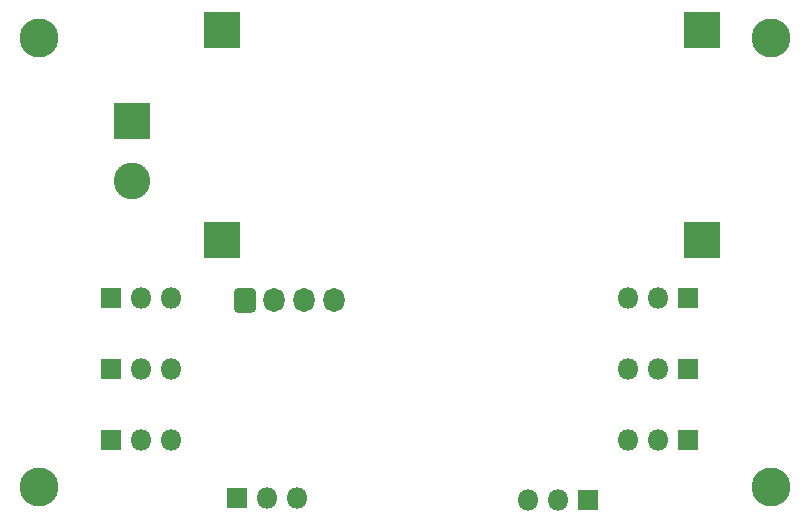
<source format=gbr>
%TF.GenerationSoftware,KiCad,Pcbnew,5.1.6+dfsg1-1*%
%TF.CreationDate,2021-03-04T16:58:38+01:00*%
%TF.ProjectId,PCA9685,50434139-3638-4352-9e6b-696361645f70,rev?*%
%TF.SameCoordinates,Original*%
%TF.FileFunction,Soldermask,Bot*%
%TF.FilePolarity,Negative*%
%FSLAX46Y46*%
G04 Gerber Fmt 4.6, Leading zero omitted, Abs format (unit mm)*
G04 Created by KiCad (PCBNEW 5.1.6+dfsg1-1) date 2021-03-04 16:58:38*
%MOMM*%
%LPD*%
G01*
G04 APERTURE LIST*
%ADD10O,1.800000X1.800000*%
%ADD11R,1.800000X1.800000*%
%ADD12C,3.300000*%
%ADD13O,1.800000X2.050000*%
%ADD14R,3.100000X3.100000*%
%ADD15C,3.100000*%
G04 APERTURE END LIST*
D10*
%TO.C,J6*%
X88900000Y-92964000D03*
X86360000Y-92964000D03*
D11*
X83820000Y-92964000D03*
%TD*%
D10*
%TO.C,J10*%
X78232000Y-88000000D03*
X75692000Y-88000000D03*
D11*
X73152000Y-88000000D03*
%TD*%
D10*
%TO.C,J9*%
X78232000Y-82000000D03*
X75692000Y-82000000D03*
D11*
X73152000Y-82000000D03*
%TD*%
D10*
%TO.C,J8*%
X78232000Y-76000000D03*
X75692000Y-76000000D03*
D11*
X73152000Y-76000000D03*
%TD*%
D10*
%TO.C,J7*%
X108460000Y-93091000D03*
X111000000Y-93091000D03*
D11*
X113540000Y-93091000D03*
%TD*%
D10*
%TO.C,J5*%
X116920000Y-88000000D03*
X119460000Y-88000000D03*
D11*
X122000000Y-88000000D03*
%TD*%
D10*
%TO.C,J4*%
X116920000Y-82000000D03*
X119460000Y-82000000D03*
D11*
X122000000Y-82000000D03*
%TD*%
D10*
%TO.C,J3*%
X116920000Y-76000000D03*
X119460000Y-76000000D03*
D11*
X122000000Y-76000000D03*
%TD*%
D12*
%TO.C,REF\u002A\u002A*%
X67000000Y-54000000D03*
%TD*%
%TO.C,REF\u002A\u002A*%
X67000000Y-92000000D03*
%TD*%
%TO.C,REF\u002A\u002A*%
X129000000Y-92000000D03*
%TD*%
%TO.C,REF\u002A\u002A*%
X129000000Y-54000000D03*
%TD*%
D13*
%TO.C,J2*%
X91955000Y-76200000D03*
X89455000Y-76200000D03*
X86955000Y-76200000D03*
G36*
G01*
X83555000Y-76960294D02*
X83555000Y-75439706D01*
G75*
G02*
X83819706Y-75175000I264706J0D01*
G01*
X85090294Y-75175000D01*
G75*
G02*
X85355000Y-75439706I0J-264706D01*
G01*
X85355000Y-76960294D01*
G75*
G02*
X85090294Y-77225000I-264706J0D01*
G01*
X83819706Y-77225000D01*
G75*
G02*
X83555000Y-76960294I0J264706D01*
G01*
G37*
%TD*%
D14*
%TO.C,U1*%
X123190000Y-71120000D03*
X82550000Y-71120000D03*
X123190000Y-53340000D03*
X82550000Y-53340000D03*
%TD*%
D15*
%TO.C,J1*%
X74930000Y-66080000D03*
D14*
X74930000Y-61000000D03*
%TD*%
M02*

</source>
